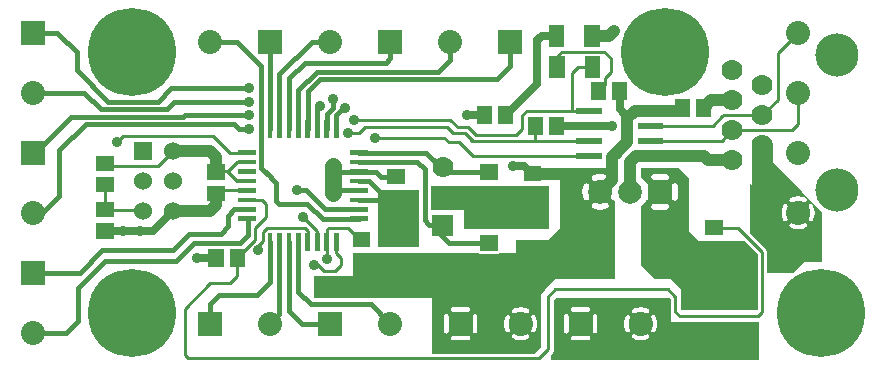
<source format=gbr>
G04 start of page 2 for group 0 idx 0 *
G04 Title: (unknown), component *
G04 Creator: pcb 20110918 *
G04 CreationDate: Wed 07 Aug 2013 04:14:36 AM GMT UTC *
G04 For: ndholmes *
G04 Format: Gerber/RS-274X *
G04 PCB-Dimensions: 293000 121000 *
G04 PCB-Coordinate-Origin: lower left *
%MOIN*%
%FSLAX25Y25*%
%LNTOP*%
%ADD36C,0.0300*%
%ADD35C,0.1280*%
%ADD34C,0.0450*%
%ADD33C,0.0380*%
%ADD32C,0.1285*%
%ADD31C,0.0480*%
%ADD30C,0.0200*%
%ADD29C,0.0360*%
%ADD28R,0.0200X0.0200*%
%ADD27R,0.0360X0.0360*%
%ADD26R,0.0630X0.0630*%
%ADD25R,0.0157X0.0157*%
%ADD24R,0.0490X0.0490*%
%ADD23R,0.0512X0.0512*%
%ADD22C,0.1440*%
%ADD21C,0.0787*%
%ADD20C,0.0600*%
%ADD19C,0.0800*%
%ADD18C,0.2937*%
%ADD17C,0.0700*%
%ADD16C,0.0400*%
%ADD15C,0.0250*%
%ADD14C,0.0550*%
%ADD13C,0.0100*%
%ADD12C,0.0150*%
%ADD11C,0.0001*%
G54D11*G36*
X220493Y22000D02*X225879D01*
X226000Y21879D01*
Y17559D01*
X225995Y17500D01*
X226000Y17441D01*
Y1500D01*
X220493D01*
Y10645D01*
X220578Y10681D01*
X220679Y10743D01*
X220769Y10819D01*
X220845Y10909D01*
X220905Y11011D01*
X221122Y11480D01*
X221289Y11969D01*
X221409Y12472D01*
X221482Y12984D01*
X221506Y13500D01*
X221482Y14016D01*
X221409Y14528D01*
X221289Y15031D01*
X221122Y15520D01*
X220910Y15992D01*
X220849Y16093D01*
X220772Y16184D01*
X220682Y16261D01*
X220580Y16323D01*
X220493Y16360D01*
Y22000D01*
G37*
G36*
X216002D02*X220493D01*
Y16360D01*
X220471Y16369D01*
X220355Y16397D01*
X220237Y16406D01*
X220119Y16397D01*
X220003Y16370D01*
X219893Y16324D01*
X219792Y16262D01*
X219702Y16186D01*
X219624Y16095D01*
X219562Y15994D01*
X219516Y15885D01*
X219489Y15769D01*
X219479Y15651D01*
X219488Y15532D01*
X219516Y15417D01*
X219563Y15308D01*
X219721Y14968D01*
X219842Y14612D01*
X219930Y14247D01*
X219982Y13875D01*
X220000Y13500D01*
X219982Y13125D01*
X219930Y12753D01*
X219842Y12388D01*
X219721Y12032D01*
X219567Y11690D01*
X219520Y11582D01*
X219493Y11467D01*
X219483Y11349D01*
X219493Y11232D01*
X219521Y11117D01*
X219566Y11008D01*
X219628Y10907D01*
X219705Y10818D01*
X219795Y10741D01*
X219895Y10680D01*
X220004Y10635D01*
X220119Y10607D01*
X220237Y10598D01*
X220355Y10608D01*
X220469Y10635D01*
X220493Y10645D01*
Y1500D01*
X216002D01*
Y7994D01*
X216516Y8018D01*
X217028Y8091D01*
X217531Y8211D01*
X218020Y8378D01*
X218492Y8590D01*
X218593Y8651D01*
X218684Y8728D01*
X218761Y8818D01*
X218823Y8920D01*
X218869Y9029D01*
X218897Y9145D01*
X218906Y9263D01*
X218897Y9381D01*
X218870Y9497D01*
X218824Y9607D01*
X218762Y9708D01*
X218686Y9798D01*
X218595Y9876D01*
X218494Y9938D01*
X218385Y9984D01*
X218269Y10011D01*
X218151Y10021D01*
X218032Y10012D01*
X217917Y9984D01*
X217808Y9937D01*
X217468Y9779D01*
X217112Y9658D01*
X216747Y9570D01*
X216375Y9518D01*
X216002Y9500D01*
Y17500D01*
X216375Y17482D01*
X216747Y17430D01*
X217112Y17342D01*
X217468Y17221D01*
X217810Y17067D01*
X217918Y17020D01*
X218033Y16993D01*
X218151Y16983D01*
X218268Y16993D01*
X218383Y17021D01*
X218492Y17066D01*
X218593Y17128D01*
X218682Y17205D01*
X218759Y17295D01*
X218820Y17395D01*
X218865Y17504D01*
X218893Y17619D01*
X218902Y17737D01*
X218892Y17855D01*
X218865Y17969D01*
X218819Y18078D01*
X218757Y18179D01*
X218681Y18269D01*
X218591Y18345D01*
X218489Y18405D01*
X218020Y18622D01*
X217531Y18789D01*
X217028Y18909D01*
X216516Y18982D01*
X216002Y19006D01*
Y22000D01*
G37*
G36*
X211507D02*X216002D01*
Y19006D01*
X216000Y19006D01*
X215484Y18982D01*
X214972Y18909D01*
X214469Y18789D01*
X213980Y18622D01*
X213508Y18410D01*
X213407Y18349D01*
X213316Y18272D01*
X213239Y18182D01*
X213177Y18080D01*
X213131Y17971D01*
X213103Y17855D01*
X213094Y17737D01*
X213103Y17619D01*
X213130Y17503D01*
X213176Y17393D01*
X213238Y17292D01*
X213314Y17202D01*
X213405Y17124D01*
X213506Y17062D01*
X213615Y17016D01*
X213731Y16989D01*
X213849Y16979D01*
X213968Y16988D01*
X214083Y17016D01*
X214192Y17063D01*
X214532Y17221D01*
X214888Y17342D01*
X215253Y17430D01*
X215625Y17482D01*
X216000Y17500D01*
X216002Y17500D01*
Y9500D01*
X216000Y9500D01*
X215625Y9518D01*
X215253Y9570D01*
X214888Y9658D01*
X214532Y9779D01*
X214190Y9933D01*
X214082Y9980D01*
X213967Y10007D01*
X213849Y10017D01*
X213732Y10007D01*
X213617Y9979D01*
X213508Y9934D01*
X213407Y9872D01*
X213318Y9795D01*
X213241Y9705D01*
X213180Y9605D01*
X213135Y9496D01*
X213107Y9381D01*
X213098Y9263D01*
X213108Y9145D01*
X213135Y9031D01*
X213181Y8922D01*
X213243Y8821D01*
X213319Y8731D01*
X213409Y8655D01*
X213511Y8595D01*
X213980Y8378D01*
X214469Y8211D01*
X214972Y8091D01*
X215484Y8018D01*
X216000Y7994D01*
X216002Y7994D01*
Y1500D01*
X211507D01*
Y10640D01*
X211529Y10631D01*
X211645Y10603D01*
X211763Y10594D01*
X211881Y10603D01*
X211997Y10630D01*
X212107Y10676D01*
X212208Y10738D01*
X212298Y10814D01*
X212376Y10905D01*
X212438Y11006D01*
X212484Y11115D01*
X212511Y11231D01*
X212521Y11349D01*
X212512Y11468D01*
X212484Y11583D01*
X212437Y11692D01*
X212279Y12032D01*
X212158Y12388D01*
X212070Y12753D01*
X212018Y13125D01*
X212000Y13500D01*
X212018Y13875D01*
X212070Y14247D01*
X212158Y14612D01*
X212279Y14968D01*
X212433Y15310D01*
X212480Y15418D01*
X212507Y15533D01*
X212517Y15651D01*
X212507Y15768D01*
X212479Y15883D01*
X212434Y15992D01*
X212372Y16093D01*
X212295Y16182D01*
X212205Y16259D01*
X212105Y16320D01*
X211996Y16365D01*
X211881Y16393D01*
X211763Y16402D01*
X211645Y16392D01*
X211531Y16365D01*
X211507Y16355D01*
Y22000D01*
G37*
G36*
X200750D02*X211507D01*
Y16355D01*
X211422Y16319D01*
X211321Y16257D01*
X211231Y16181D01*
X211155Y16091D01*
X211095Y15989D01*
X210878Y15520D01*
X210711Y15031D01*
X210591Y14528D01*
X210518Y14016D01*
X210494Y13500D01*
X210518Y12984D01*
X210591Y12472D01*
X210711Y11969D01*
X210878Y11480D01*
X211090Y11008D01*
X211151Y10907D01*
X211228Y10816D01*
X211318Y10739D01*
X211420Y10677D01*
X211507Y10640D01*
Y1500D01*
X200750D01*
Y10248D01*
X200868Y10257D01*
X200982Y10285D01*
X201092Y10330D01*
X201192Y10391D01*
X201282Y10468D01*
X201359Y10558D01*
X201420Y10658D01*
X201465Y10768D01*
X201493Y10882D01*
X201500Y11000D01*
Y16000D01*
X201493Y16118D01*
X201465Y16232D01*
X201420Y16342D01*
X201359Y16442D01*
X201282Y16532D01*
X201192Y16609D01*
X201092Y16670D01*
X200982Y16715D01*
X200868Y16743D01*
X200750Y16752D01*
Y22000D01*
G37*
G36*
X196000D02*X200750D01*
Y16752D01*
X200632Y16743D01*
X200518Y16715D01*
X200408Y16670D01*
X200308Y16609D01*
X200218Y16532D01*
X200141Y16442D01*
X200080Y16342D01*
X200035Y16232D01*
X200007Y16118D01*
X200000Y16000D01*
Y11000D01*
X200007Y10882D01*
X200035Y10768D01*
X200080Y10658D01*
X200141Y10558D01*
X200218Y10468D01*
X200308Y10391D01*
X200408Y10330D01*
X200518Y10285D01*
X200632Y10257D01*
X200750Y10248D01*
Y1500D01*
X196000D01*
Y8000D01*
X198500D01*
X198618Y8007D01*
X198732Y8035D01*
X198842Y8080D01*
X198942Y8141D01*
X199032Y8218D01*
X199109Y8308D01*
X199170Y8408D01*
X199215Y8518D01*
X199243Y8632D01*
X199252Y8750D01*
X199243Y8868D01*
X199215Y8982D01*
X199170Y9092D01*
X199109Y9192D01*
X199032Y9282D01*
X198942Y9359D01*
X198842Y9420D01*
X198732Y9465D01*
X198618Y9493D01*
X198500Y9500D01*
X196000D01*
Y17500D01*
X198500D01*
X198618Y17507D01*
X198732Y17535D01*
X198842Y17580D01*
X198942Y17641D01*
X199032Y17718D01*
X199109Y17808D01*
X199170Y17908D01*
X199215Y18018D01*
X199243Y18132D01*
X199252Y18250D01*
X199243Y18368D01*
X199215Y18482D01*
X199170Y18592D01*
X199109Y18692D01*
X199032Y18782D01*
X198942Y18859D01*
X198842Y18920D01*
X198732Y18965D01*
X198618Y18993D01*
X198500Y19000D01*
X196000D01*
Y22000D01*
G37*
G36*
X191250D02*X196000D01*
Y19000D01*
X193500D01*
X193382Y18993D01*
X193268Y18965D01*
X193158Y18920D01*
X193058Y18859D01*
X192968Y18782D01*
X192891Y18692D01*
X192830Y18592D01*
X192785Y18482D01*
X192757Y18368D01*
X192748Y18250D01*
X192757Y18132D01*
X192785Y18018D01*
X192830Y17908D01*
X192891Y17808D01*
X192968Y17718D01*
X193058Y17641D01*
X193158Y17580D01*
X193268Y17535D01*
X193382Y17507D01*
X193500Y17500D01*
X196000D01*
Y9500D01*
X193500D01*
X193382Y9493D01*
X193268Y9465D01*
X193158Y9420D01*
X193058Y9359D01*
X192968Y9282D01*
X192891Y9192D01*
X192830Y9092D01*
X192785Y8982D01*
X192757Y8868D01*
X192748Y8750D01*
X192757Y8632D01*
X192785Y8518D01*
X192830Y8408D01*
X192891Y8308D01*
X192968Y8218D01*
X193058Y8141D01*
X193158Y8080D01*
X193268Y8035D01*
X193382Y8007D01*
X193500Y8000D01*
X196000D01*
Y1500D01*
X191250D01*
Y10248D01*
X191368Y10257D01*
X191482Y10285D01*
X191592Y10330D01*
X191692Y10391D01*
X191782Y10468D01*
X191859Y10558D01*
X191920Y10658D01*
X191965Y10768D01*
X191993Y10882D01*
X192000Y11000D01*
Y16000D01*
X191993Y16118D01*
X191965Y16232D01*
X191920Y16342D01*
X191859Y16442D01*
X191782Y16532D01*
X191692Y16609D01*
X191592Y16670D01*
X191482Y16715D01*
X191368Y16743D01*
X191250Y16752D01*
Y22000D01*
G37*
G36*
X187753D02*X191250D01*
Y16752D01*
X191132Y16743D01*
X191018Y16715D01*
X190908Y16670D01*
X190808Y16609D01*
X190718Y16532D01*
X190641Y16442D01*
X190580Y16342D01*
X190535Y16232D01*
X190507Y16118D01*
X190500Y16000D01*
Y11000D01*
X190507Y10882D01*
X190535Y10768D01*
X190580Y10658D01*
X190641Y10558D01*
X190718Y10468D01*
X190808Y10391D01*
X190908Y10330D01*
X191018Y10285D01*
X191132Y10257D01*
X191250Y10248D01*
Y1500D01*
X186000D01*
Y3030D01*
X186427Y3457D01*
X186490Y3510D01*
X186704Y3762D01*
X186877Y4044D01*
X187003Y4349D01*
X187081Y4670D01*
X187106Y5000D01*
X187100Y5082D01*
Y21347D01*
X187753Y22000D01*
G37*
G36*
X221500Y14000D02*X245000D01*
Y1500D01*
X221500D01*
Y13371D01*
X221506Y13500D01*
X221500Y13629D01*
Y14000D01*
G37*
G36*
X232000D02*X255500D01*
Y1500D01*
X232000D01*
Y14000D01*
G37*
G36*
X229500Y18000D02*Y25000D01*
X227437Y27063D01*
Y54560D01*
X227594Y54572D01*
X227747Y54609D01*
X227892Y54669D01*
X228027Y54751D01*
X228146Y54854D01*
X228249Y54973D01*
X228331Y55108D01*
X228391Y55253D01*
X228428Y55406D01*
X228437Y55563D01*
Y59437D01*
X228428Y59594D01*
X228391Y59747D01*
X228331Y59892D01*
X228249Y60027D01*
X228146Y60146D01*
X228027Y60249D01*
X227892Y60331D01*
X227747Y60391D01*
X227594Y60428D01*
X227437Y60440D01*
Y65500D01*
X228500D01*
X232000Y62000D01*
Y44500D01*
X235500Y41000D01*
X250879D01*
X255000Y36879D01*
Y18121D01*
X254879Y18000D01*
X229500D01*
G37*
G36*
X227437Y27063D02*X226000Y28500D01*
X222500D01*
Y51563D01*
X224437D01*
X224594Y51572D01*
X224747Y51609D01*
X224892Y51669D01*
X225027Y51751D01*
X225146Y51854D01*
X225249Y51973D01*
X225331Y52108D01*
X225391Y52253D01*
X225428Y52406D01*
X225440Y52563D01*
X225428Y52720D01*
X225391Y52873D01*
X225331Y53018D01*
X225249Y53153D01*
X225146Y53272D01*
X225027Y53375D01*
X224892Y53457D01*
X224747Y53517D01*
X224594Y53554D01*
X224437Y53563D01*
X222500D01*
Y61437D01*
X224437D01*
X224594Y61446D01*
X224747Y61483D01*
X224892Y61543D01*
X225027Y61625D01*
X225146Y61728D01*
X225249Y61847D01*
X225331Y61982D01*
X225391Y62127D01*
X225428Y62280D01*
X225440Y62437D01*
X225428Y62594D01*
X225391Y62747D01*
X225331Y62892D01*
X225249Y63027D01*
X225146Y63146D01*
X225027Y63249D01*
X224892Y63331D01*
X224747Y63391D01*
X224594Y63428D01*
X224437Y63437D01*
X222500D01*
Y65500D01*
X227437D01*
Y60440D01*
X227280Y60428D01*
X227127Y60391D01*
X226982Y60331D01*
X226847Y60249D01*
X226728Y60146D01*
X226625Y60027D01*
X226543Y59892D01*
X226483Y59747D01*
X226446Y59594D01*
X226437Y59437D01*
Y55563D01*
X226446Y55406D01*
X226483Y55253D01*
X226543Y55108D01*
X226625Y54973D01*
X226728Y54854D01*
X226847Y54751D01*
X226982Y54669D01*
X227127Y54609D01*
X227280Y54572D01*
X227437Y54560D01*
Y27063D01*
G37*
G36*
X222500Y28500D02*X220500D01*
X216000Y33000D01*
Y52682D01*
X216000Y52682D01*
X216711Y53289D01*
X217318Y54000D01*
X217666Y54568D01*
X217720Y54572D01*
X217873Y54609D01*
X218018Y54669D01*
X218153Y54751D01*
X218272Y54854D01*
X218375Y54973D01*
X218457Y55108D01*
X218517Y55253D01*
X218554Y55406D01*
X218563Y55563D01*
Y59437D01*
X218554Y59594D01*
X218517Y59747D01*
X218457Y59892D01*
X218375Y60027D01*
X218272Y60146D01*
X218153Y60249D01*
X218018Y60331D01*
X217873Y60391D01*
X217720Y60428D01*
X217666Y60432D01*
X217318Y61000D01*
X216711Y61711D01*
X216000Y62318D01*
X216000Y62318D01*
Y65500D01*
X222500D01*
Y63437D01*
X220563D01*
X220406Y63428D01*
X220253Y63391D01*
X220108Y63331D01*
X219973Y63249D01*
X219854Y63146D01*
X219751Y63027D01*
X219669Y62892D01*
X219609Y62747D01*
X219572Y62594D01*
X219560Y62437D01*
X219572Y62280D01*
X219609Y62127D01*
X219669Y61982D01*
X219751Y61847D01*
X219854Y61728D01*
X219973Y61625D01*
X220108Y61543D01*
X220253Y61483D01*
X220406Y61446D01*
X220563Y61437D01*
X222500D01*
Y53563D01*
X220563D01*
X220406Y53554D01*
X220253Y53517D01*
X220108Y53457D01*
X219973Y53375D01*
X219854Y53272D01*
X219751Y53153D01*
X219669Y53018D01*
X219609Y52873D01*
X219572Y52720D01*
X219560Y52563D01*
X219572Y52406D01*
X219609Y52253D01*
X219669Y52108D01*
X219751Y51973D01*
X219854Y51854D01*
X219973Y51751D01*
X220108Y51669D01*
X220253Y51609D01*
X220406Y51572D01*
X220563Y51563D01*
X222500D01*
Y28500D01*
G37*
G36*
X253000Y67500D02*X260000D01*
X270000Y57500D01*
X253000D01*
Y67500D01*
G37*
G36*
X258000Y68500D02*X259000D01*
X261500Y66000D01*
X260119D01*
X259834Y66334D01*
X259271Y66814D01*
X258640Y67201D01*
X258000Y67466D01*
Y68500D01*
G37*
G36*
X272993Y54007D02*X276500Y50500D01*
Y34000D01*
X272993D01*
Y47645D01*
X273078Y47681D01*
X273179Y47743D01*
X273269Y47819D01*
X273345Y47909D01*
X273405Y48011D01*
X273622Y48480D01*
X273789Y48969D01*
X273909Y49472D01*
X273982Y49984D01*
X274006Y50500D01*
X273982Y51016D01*
X273909Y51528D01*
X273789Y52031D01*
X273622Y52520D01*
X273410Y52992D01*
X273349Y53093D01*
X273272Y53184D01*
X273182Y53261D01*
X273080Y53323D01*
X272993Y53360D01*
Y54007D01*
G37*
G36*
X268502Y58498D02*X272993Y54007D01*
Y53360D01*
X272971Y53369D01*
X272855Y53397D01*
X272737Y53406D01*
X272619Y53397D01*
X272503Y53370D01*
X272393Y53324D01*
X272292Y53262D01*
X272202Y53186D01*
X272124Y53095D01*
X272062Y52994D01*
X272016Y52885D01*
X271989Y52769D01*
X271979Y52651D01*
X271988Y52532D01*
X272016Y52417D01*
X272063Y52308D01*
X272221Y51968D01*
X272342Y51612D01*
X272430Y51247D01*
X272482Y50875D01*
X272500Y50500D01*
X272482Y50125D01*
X272430Y49753D01*
X272342Y49388D01*
X272221Y49032D01*
X272067Y48690D01*
X272020Y48582D01*
X271993Y48467D01*
X271983Y48349D01*
X271993Y48232D01*
X272021Y48117D01*
X272066Y48008D01*
X272128Y47907D01*
X272205Y47818D01*
X272295Y47741D01*
X272395Y47680D01*
X272504Y47635D01*
X272619Y47607D01*
X272737Y47598D01*
X272855Y47608D01*
X272969Y47635D01*
X272993Y47645D01*
Y34000D01*
X270500D01*
X268502Y32002D01*
Y44994D01*
X269016Y45018D01*
X269528Y45091D01*
X270031Y45211D01*
X270520Y45378D01*
X270992Y45590D01*
X271093Y45651D01*
X271184Y45728D01*
X271261Y45818D01*
X271323Y45920D01*
X271369Y46029D01*
X271397Y46145D01*
X271406Y46263D01*
X271397Y46381D01*
X271370Y46497D01*
X271324Y46607D01*
X271262Y46708D01*
X271186Y46798D01*
X271095Y46876D01*
X270994Y46938D01*
X270885Y46984D01*
X270769Y47011D01*
X270651Y47021D01*
X270532Y47012D01*
X270417Y46984D01*
X270308Y46937D01*
X269968Y46779D01*
X269612Y46658D01*
X269247Y46570D01*
X268875Y46518D01*
X268502Y46500D01*
Y54500D01*
X268875Y54482D01*
X269247Y54430D01*
X269612Y54342D01*
X269968Y54221D01*
X270310Y54067D01*
X270418Y54020D01*
X270533Y53993D01*
X270651Y53983D01*
X270768Y53993D01*
X270883Y54021D01*
X270992Y54066D01*
X271093Y54128D01*
X271182Y54205D01*
X271259Y54295D01*
X271320Y54395D01*
X271365Y54504D01*
X271393Y54619D01*
X271402Y54737D01*
X271392Y54855D01*
X271365Y54969D01*
X271319Y55078D01*
X271257Y55179D01*
X271181Y55269D01*
X271091Y55345D01*
X270989Y55405D01*
X270520Y55622D01*
X270031Y55789D01*
X269528Y55909D01*
X269016Y55982D01*
X268502Y56006D01*
Y58498D01*
G37*
G36*
X264007Y62993D02*X268502Y58498D01*
Y56006D01*
X268500Y56006D01*
X267984Y55982D01*
X267472Y55909D01*
X266969Y55789D01*
X266480Y55622D01*
X266008Y55410D01*
X265907Y55349D01*
X265816Y55272D01*
X265739Y55182D01*
X265677Y55080D01*
X265631Y54971D01*
X265603Y54855D01*
X265594Y54737D01*
X265603Y54619D01*
X265630Y54503D01*
X265676Y54393D01*
X265738Y54292D01*
X265814Y54202D01*
X265905Y54124D01*
X266006Y54062D01*
X266115Y54016D01*
X266231Y53989D01*
X266349Y53979D01*
X266468Y53988D01*
X266583Y54016D01*
X266692Y54063D01*
X267032Y54221D01*
X267388Y54342D01*
X267753Y54430D01*
X268125Y54482D01*
X268500Y54500D01*
X268502Y54500D01*
Y46500D01*
X268500Y46500D01*
X268125Y46518D01*
X267753Y46570D01*
X267388Y46658D01*
X267032Y46779D01*
X266690Y46933D01*
X266582Y46980D01*
X266467Y47007D01*
X266349Y47017D01*
X266232Y47007D01*
X266117Y46979D01*
X266008Y46934D01*
X265907Y46872D01*
X265818Y46795D01*
X265741Y46705D01*
X265680Y46605D01*
X265635Y46496D01*
X265607Y46381D01*
X265598Y46263D01*
X265608Y46145D01*
X265635Y46031D01*
X265681Y45922D01*
X265743Y45821D01*
X265819Y45731D01*
X265909Y45655D01*
X266011Y45595D01*
X266480Y45378D01*
X266969Y45211D01*
X267472Y45091D01*
X267984Y45018D01*
X268500Y44994D01*
X268502Y44994D01*
Y32002D01*
X267000Y30500D01*
X264007D01*
Y47640D01*
X264029Y47631D01*
X264145Y47603D01*
X264263Y47594D01*
X264381Y47603D01*
X264497Y47630D01*
X264607Y47676D01*
X264708Y47738D01*
X264798Y47814D01*
X264876Y47905D01*
X264938Y48006D01*
X264984Y48115D01*
X265011Y48231D01*
X265021Y48349D01*
X265012Y48468D01*
X264984Y48583D01*
X264937Y48692D01*
X264779Y49032D01*
X264658Y49388D01*
X264570Y49753D01*
X264518Y50125D01*
X264500Y50500D01*
X264518Y50875D01*
X264570Y51247D01*
X264658Y51612D01*
X264779Y51968D01*
X264933Y52310D01*
X264980Y52418D01*
X265007Y52533D01*
X265017Y52651D01*
X265007Y52768D01*
X264979Y52883D01*
X264934Y52992D01*
X264872Y53093D01*
X264795Y53182D01*
X264705Y53259D01*
X264605Y53320D01*
X264496Y53365D01*
X264381Y53393D01*
X264263Y53402D01*
X264145Y53392D01*
X264031Y53365D01*
X264007Y53355D01*
Y62993D01*
G37*
G36*
X259639Y66500D02*X260500D01*
X264007Y62993D01*
Y53355D01*
X263922Y53319D01*
X263821Y53257D01*
X263731Y53181D01*
X263655Y53091D01*
X263595Y52989D01*
X263378Y52520D01*
X263211Y52031D01*
X263091Y51528D01*
X263018Y51016D01*
X262994Y50500D01*
X263018Y49984D01*
X263091Y49472D01*
X263211Y48969D01*
X263378Y48480D01*
X263590Y48008D01*
X263651Y47907D01*
X263728Y47816D01*
X263818Y47739D01*
X263920Y47677D01*
X264007Y47640D01*
Y30500D01*
X258000D01*
Y37441D01*
X258005Y37500D01*
X257986Y37735D01*
X257986Y37735D01*
X257931Y37965D01*
X257841Y38183D01*
X257717Y38384D01*
X257564Y38564D01*
X257519Y38602D01*
X252500Y43621D01*
Y60532D01*
X252686Y60229D01*
X253166Y59666D01*
X253729Y59186D01*
X254360Y58799D01*
X255043Y58516D01*
X255762Y58344D01*
X256500Y58286D01*
X257238Y58344D01*
X257957Y58516D01*
X258640Y58799D01*
X259271Y59186D01*
X259834Y59666D01*
X260314Y60229D01*
X260701Y60860D01*
X260984Y61543D01*
X261156Y62262D01*
X261200Y63000D01*
X261156Y63738D01*
X260984Y64457D01*
X260701Y65140D01*
X260314Y65771D01*
X259834Y66334D01*
X259639Y66500D01*
G37*
G36*
X202502Y65500D02*X207500D01*
Y60703D01*
X207265Y60321D01*
X207176Y60336D01*
X207018Y60338D01*
X206861Y60315D01*
X206710Y60268D01*
X206569Y60198D01*
X206439Y60107D01*
X206326Y59996D01*
X206232Y59870D01*
X206158Y59730D01*
X206108Y59580D01*
X206081Y59424D01*
X206079Y59266D01*
X206102Y59110D01*
X206152Y58960D01*
X206278Y58608D01*
X206366Y58244D01*
X206419Y57874D01*
X206437Y57500D01*
X206419Y57126D01*
X206366Y56756D01*
X206278Y56392D01*
X206156Y56039D01*
X206106Y55889D01*
X206083Y55734D01*
X206085Y55576D01*
X206112Y55421D01*
X206162Y55272D01*
X206236Y55133D01*
X206330Y55007D01*
X206442Y54897D01*
X206571Y54806D01*
X206712Y54736D01*
X206862Y54689D01*
X207018Y54667D01*
X207175Y54668D01*
X207263Y54683D01*
X207500Y54297D01*
Y28500D01*
X202502D01*
Y51556D01*
X203064Y51583D01*
X203623Y51663D01*
X204172Y51796D01*
X204706Y51981D01*
X204848Y52050D01*
X204977Y52142D01*
X205091Y52252D01*
X205185Y52379D01*
X205259Y52519D01*
X205309Y52668D01*
X205336Y52824D01*
X205338Y52982D01*
X205315Y53139D01*
X205268Y53290D01*
X205198Y53431D01*
X205107Y53561D01*
X204996Y53674D01*
X204870Y53768D01*
X204730Y53842D01*
X204580Y53892D01*
X204424Y53919D01*
X204266Y53921D01*
X204110Y53898D01*
X203960Y53848D01*
X203608Y53722D01*
X203244Y53634D01*
X202874Y53581D01*
X202502Y53563D01*
Y61437D01*
X202874Y61419D01*
X203244Y61366D01*
X203608Y61278D01*
X203961Y61156D01*
X204111Y61106D01*
X204266Y61083D01*
X204424Y61085D01*
X204579Y61112D01*
X204728Y61162D01*
X204867Y61236D01*
X204993Y61330D01*
X205103Y61442D01*
X205194Y61571D01*
X205264Y61712D01*
X205311Y61862D01*
X205333Y62018D01*
X205332Y62175D01*
X205305Y62331D01*
X205254Y62480D01*
X205181Y62619D01*
X205087Y62745D01*
X204975Y62855D01*
X204846Y62946D01*
X204704Y63013D01*
X204172Y63204D01*
X203623Y63337D01*
X203064Y63417D01*
X202502Y63444D01*
Y65500D01*
G37*
G36*
X197739D02*X202502D01*
Y63444D01*
X202500Y63444D01*
X201936Y63417D01*
X201377Y63337D01*
X200828Y63204D01*
X200294Y63019D01*
X200152Y62950D01*
X200023Y62858D01*
X199909Y62748D01*
X199815Y62621D01*
X199741Y62481D01*
X199691Y62332D01*
X199664Y62176D01*
X199662Y62018D01*
X199685Y61861D01*
X199732Y61710D01*
X199802Y61569D01*
X199893Y61439D01*
X200004Y61326D01*
X200130Y61232D01*
X200270Y61158D01*
X200420Y61108D01*
X200576Y61081D01*
X200734Y61079D01*
X200890Y61102D01*
X201040Y61152D01*
X201392Y61278D01*
X201756Y61366D01*
X202126Y61419D01*
X202500Y61437D01*
X202502Y61437D01*
Y53563D01*
X202500Y53563D01*
X202126Y53581D01*
X201756Y53634D01*
X201392Y53722D01*
X201039Y53844D01*
X200889Y53894D01*
X200734Y53917D01*
X200576Y53915D01*
X200421Y53888D01*
X200272Y53838D01*
X200133Y53764D01*
X200007Y53670D01*
X199897Y53558D01*
X199806Y53429D01*
X199736Y53288D01*
X199689Y53138D01*
X199667Y52982D01*
X199668Y52825D01*
X199695Y52669D01*
X199746Y52520D01*
X199819Y52381D01*
X199913Y52255D01*
X200025Y52145D01*
X200154Y52054D01*
X200296Y51987D01*
X200828Y51796D01*
X201377Y51663D01*
X201936Y51583D01*
X202500Y51556D01*
X202502Y51556D01*
Y28500D01*
X197739D01*
Y54679D01*
X197824Y54664D01*
X197982Y54662D01*
X198139Y54685D01*
X198290Y54732D01*
X198431Y54802D01*
X198561Y54893D01*
X198674Y55004D01*
X198768Y55130D01*
X198842Y55270D01*
X198892Y55420D01*
X198919Y55576D01*
X198921Y55734D01*
X198898Y55890D01*
X198848Y56040D01*
X198722Y56392D01*
X198634Y56756D01*
X198581Y57126D01*
X198563Y57500D01*
X198581Y57874D01*
X198634Y58244D01*
X198722Y58608D01*
X198844Y58961D01*
X198894Y59111D01*
X198917Y59266D01*
X198915Y59424D01*
X198888Y59579D01*
X198838Y59728D01*
X198764Y59867D01*
X198670Y59993D01*
X198558Y60103D01*
X198429Y60194D01*
X198288Y60264D01*
X198138Y60311D01*
X197982Y60333D01*
X197825Y60332D01*
X197739Y60317D01*
Y65500D01*
G37*
G36*
X175998Y41500D02*X185000D01*
X189000Y45500D01*
Y65500D01*
X197739D01*
Y60317D01*
X197669Y60305D01*
X197520Y60254D01*
X197381Y60181D01*
X197255Y60087D01*
X197145Y59975D01*
X197054Y59846D01*
X196987Y59704D01*
X196796Y59172D01*
X196663Y58623D01*
X196583Y58064D01*
X196556Y57500D01*
X196583Y56936D01*
X196663Y56377D01*
X196796Y55828D01*
X196981Y55294D01*
X197050Y55152D01*
X197142Y55023D01*
X197252Y54909D01*
X197379Y54815D01*
X197519Y54741D01*
X197668Y54691D01*
X197739Y54679D01*
Y28500D01*
X187500D01*
X184000Y25000D01*
Y24753D01*
X183374Y24126D01*
X183134Y23856D01*
X182944Y23547D01*
X182806Y23213D01*
X182721Y22861D01*
X182693Y22500D01*
X182721Y22139D01*
X182806Y21787D01*
X182900Y21560D01*
Y16000D01*
X180905D01*
X180849Y16093D01*
X180772Y16184D01*
X180682Y16261D01*
X180580Y16323D01*
X180471Y16369D01*
X180355Y16397D01*
X180237Y16406D01*
X180119Y16397D01*
X180003Y16370D01*
X179893Y16324D01*
X179792Y16262D01*
X179702Y16186D01*
X179624Y16095D01*
X179566Y16000D01*
X175998D01*
Y17500D01*
X176000Y17500D01*
X176375Y17482D01*
X176747Y17430D01*
X177112Y17342D01*
X177468Y17221D01*
X177810Y17067D01*
X177918Y17020D01*
X178033Y16993D01*
X178151Y16983D01*
X178268Y16993D01*
X178383Y17021D01*
X178492Y17066D01*
X178593Y17128D01*
X178682Y17205D01*
X178759Y17295D01*
X178820Y17395D01*
X178865Y17504D01*
X178893Y17619D01*
X178902Y17737D01*
X178892Y17855D01*
X178865Y17969D01*
X178819Y18078D01*
X178757Y18179D01*
X178681Y18269D01*
X178591Y18345D01*
X178489Y18405D01*
X178020Y18622D01*
X177531Y18789D01*
X177028Y18909D01*
X176516Y18982D01*
X176000Y19006D01*
X175998Y19006D01*
Y41500D01*
G37*
G36*
X156000Y31500D02*X170000D01*
X174500Y36000D01*
Y41500D01*
X175998D01*
Y19006D01*
X175484Y18982D01*
X174972Y18909D01*
X174469Y18789D01*
X173980Y18622D01*
X173508Y18410D01*
X173407Y18349D01*
X173316Y18272D01*
X173239Y18182D01*
X173177Y18080D01*
X173131Y17971D01*
X173103Y17855D01*
X173094Y17737D01*
X173103Y17619D01*
X173130Y17503D01*
X173176Y17393D01*
X173238Y17292D01*
X173314Y17202D01*
X173405Y17124D01*
X173506Y17062D01*
X173615Y17016D01*
X173731Y16989D01*
X173849Y16979D01*
X173968Y16988D01*
X174083Y17016D01*
X174192Y17063D01*
X174532Y17221D01*
X174888Y17342D01*
X175253Y17430D01*
X175625Y17482D01*
X175998Y17500D01*
Y16000D01*
X172429D01*
X172372Y16093D01*
X172295Y16182D01*
X172205Y16259D01*
X172105Y16320D01*
X171996Y16365D01*
X171881Y16393D01*
X171763Y16402D01*
X171645Y16392D01*
X171531Y16365D01*
X171422Y16319D01*
X171321Y16257D01*
X171231Y16181D01*
X171155Y16091D01*
X171102Y16000D01*
X161500D01*
X161493Y16118D01*
X161465Y16232D01*
X161420Y16342D01*
X161359Y16442D01*
X161282Y16532D01*
X161192Y16609D01*
X161092Y16670D01*
X160982Y16715D01*
X160868Y16743D01*
X160750Y16752D01*
X160632Y16743D01*
X160518Y16715D01*
X160408Y16670D01*
X160308Y16609D01*
X160218Y16532D01*
X160141Y16442D01*
X160080Y16342D01*
X160035Y16232D01*
X160007Y16118D01*
X160000Y16000D01*
X156000D01*
Y17500D01*
X158500D01*
X158618Y17507D01*
X158732Y17535D01*
X158842Y17580D01*
X158942Y17641D01*
X159032Y17718D01*
X159109Y17808D01*
X159170Y17908D01*
X159215Y18018D01*
X159243Y18132D01*
X159252Y18250D01*
X159243Y18368D01*
X159215Y18482D01*
X159170Y18592D01*
X159109Y18692D01*
X159032Y18782D01*
X158942Y18859D01*
X158842Y18920D01*
X158732Y18965D01*
X158618Y18993D01*
X158500Y19000D01*
X156000D01*
Y31500D01*
G37*
G36*
X146500Y16000D02*Y26500D01*
X151500Y31500D01*
X156000D01*
Y19000D01*
X153500D01*
X153382Y18993D01*
X153268Y18965D01*
X153158Y18920D01*
X153058Y18859D01*
X152968Y18782D01*
X152891Y18692D01*
X152830Y18592D01*
X152785Y18482D01*
X152757Y18368D01*
X152748Y18250D01*
X152757Y18132D01*
X152785Y18018D01*
X152830Y17908D01*
X152891Y17808D01*
X152968Y17718D01*
X153058Y17641D01*
X153158Y17580D01*
X153268Y17535D01*
X153382Y17507D01*
X153500Y17500D01*
X156000D01*
Y16000D01*
X152000D01*
X151993Y16118D01*
X151965Y16232D01*
X151920Y16342D01*
X151859Y16442D01*
X151782Y16532D01*
X151692Y16609D01*
X151592Y16670D01*
X151482Y16715D01*
X151368Y16743D01*
X151250Y16752D01*
X151132Y16743D01*
X151018Y16715D01*
X150908Y16670D01*
X150808Y16609D01*
X150718Y16532D01*
X150641Y16442D01*
X150580Y16342D01*
X150535Y16232D01*
X150507Y16118D01*
X150500Y16000D01*
X146500D01*
G37*
G36*
X185500Y45000D02*X168500D01*
Y59500D01*
X185500D01*
Y45000D01*
G37*
G36*
X170000Y59500D02*Y45000D01*
X157000D01*
Y59500D01*
X170000D01*
G37*
G36*
X136000Y37000D02*X162103D01*
X162238Y36944D01*
X162391Y36907D01*
X162548Y36898D01*
X168609Y36907D01*
X168762Y36944D01*
X168897Y37000D01*
X178000D01*
Y22000D01*
X136000D01*
Y37000D01*
G37*
G36*
X146000Y59500D02*X160000D01*
Y51500D01*
X146000D01*
Y59500D01*
G37*
G36*
X180493Y22000D02*X182755D01*
X182806Y21787D01*
X182900Y21560D01*
Y5870D01*
X180530Y3500D01*
X180493D01*
Y10645D01*
X180578Y10681D01*
X180679Y10743D01*
X180769Y10819D01*
X180845Y10909D01*
X180905Y11011D01*
X181122Y11480D01*
X181289Y11969D01*
X181409Y12472D01*
X181482Y12984D01*
X181506Y13500D01*
X181482Y14016D01*
X181409Y14528D01*
X181289Y15031D01*
X181122Y15520D01*
X180910Y15992D01*
X180849Y16093D01*
X180772Y16184D01*
X180682Y16261D01*
X180580Y16323D01*
X180493Y16360D01*
Y22000D01*
G37*
G36*
X176002D02*X180493D01*
Y16360D01*
X180471Y16369D01*
X180355Y16397D01*
X180237Y16406D01*
X180119Y16397D01*
X180003Y16370D01*
X179893Y16324D01*
X179792Y16262D01*
X179702Y16186D01*
X179624Y16095D01*
X179562Y15994D01*
X179516Y15885D01*
X179489Y15769D01*
X179479Y15651D01*
X179488Y15532D01*
X179516Y15417D01*
X179563Y15308D01*
X179721Y14968D01*
X179842Y14612D01*
X179930Y14247D01*
X179982Y13875D01*
X180000Y13500D01*
X179982Y13125D01*
X179930Y12753D01*
X179842Y12388D01*
X179721Y12032D01*
X179567Y11690D01*
X179520Y11582D01*
X179493Y11467D01*
X179483Y11349D01*
X179493Y11232D01*
X179521Y11117D01*
X179566Y11008D01*
X179628Y10907D01*
X179705Y10818D01*
X179795Y10741D01*
X179895Y10680D01*
X180004Y10635D01*
X180119Y10607D01*
X180237Y10598D01*
X180355Y10608D01*
X180469Y10635D01*
X180493Y10645D01*
Y3500D01*
X176002D01*
Y7994D01*
X176516Y8018D01*
X177028Y8091D01*
X177531Y8211D01*
X178020Y8378D01*
X178492Y8590D01*
X178593Y8651D01*
X178684Y8728D01*
X178761Y8818D01*
X178823Y8920D01*
X178869Y9029D01*
X178897Y9145D01*
X178906Y9263D01*
X178897Y9381D01*
X178870Y9497D01*
X178824Y9607D01*
X178762Y9708D01*
X178686Y9798D01*
X178595Y9876D01*
X178494Y9938D01*
X178385Y9984D01*
X178269Y10011D01*
X178151Y10021D01*
X178032Y10012D01*
X177917Y9984D01*
X177808Y9937D01*
X177468Y9779D01*
X177112Y9658D01*
X176747Y9570D01*
X176375Y9518D01*
X176002Y9500D01*
Y17500D01*
X176375Y17482D01*
X176747Y17430D01*
X177112Y17342D01*
X177468Y17221D01*
X177810Y17067D01*
X177918Y17020D01*
X178033Y16993D01*
X178151Y16983D01*
X178268Y16993D01*
X178383Y17021D01*
X178492Y17066D01*
X178593Y17128D01*
X178682Y17205D01*
X178759Y17295D01*
X178820Y17395D01*
X178865Y17504D01*
X178893Y17619D01*
X178902Y17737D01*
X178892Y17855D01*
X178865Y17969D01*
X178819Y18078D01*
X178757Y18179D01*
X178681Y18269D01*
X178591Y18345D01*
X178489Y18405D01*
X178020Y18622D01*
X177531Y18789D01*
X177028Y18909D01*
X176516Y18982D01*
X176002Y19006D01*
Y22000D01*
G37*
G36*
X171507D02*X176002D01*
Y19006D01*
X176000Y19006D01*
X175484Y18982D01*
X174972Y18909D01*
X174469Y18789D01*
X173980Y18622D01*
X173508Y18410D01*
X173407Y18349D01*
X173316Y18272D01*
X173239Y18182D01*
X173177Y18080D01*
X173131Y17971D01*
X173103Y17855D01*
X173094Y17737D01*
X173103Y17619D01*
X173130Y17503D01*
X173176Y17393D01*
X173238Y17292D01*
X173314Y17202D01*
X173405Y17124D01*
X173506Y17062D01*
X173615Y17016D01*
X173731Y16989D01*
X173849Y16979D01*
X173968Y16988D01*
X174083Y17016D01*
X174192Y17063D01*
X174532Y17221D01*
X174888Y17342D01*
X175253Y17430D01*
X175625Y17482D01*
X176000Y17500D01*
X176002Y17500D01*
Y9500D01*
X176000Y9500D01*
X175625Y9518D01*
X175253Y9570D01*
X174888Y9658D01*
X174532Y9779D01*
X174190Y9933D01*
X174082Y9980D01*
X173967Y10007D01*
X173849Y10017D01*
X173732Y10007D01*
X173617Y9979D01*
X173508Y9934D01*
X173407Y9872D01*
X173318Y9795D01*
X173241Y9705D01*
X173180Y9605D01*
X173135Y9496D01*
X173107Y9381D01*
X173098Y9263D01*
X173108Y9145D01*
X173135Y9031D01*
X173181Y8922D01*
X173243Y8821D01*
X173319Y8731D01*
X173409Y8655D01*
X173511Y8595D01*
X173980Y8378D01*
X174469Y8211D01*
X174972Y8091D01*
X175484Y8018D01*
X176000Y7994D01*
X176002Y7994D01*
Y3500D01*
X171507D01*
Y10640D01*
X171529Y10631D01*
X171645Y10603D01*
X171763Y10594D01*
X171881Y10603D01*
X171997Y10630D01*
X172107Y10676D01*
X172208Y10738D01*
X172298Y10814D01*
X172376Y10905D01*
X172438Y11006D01*
X172484Y11115D01*
X172511Y11231D01*
X172521Y11349D01*
X172512Y11468D01*
X172484Y11583D01*
X172437Y11692D01*
X172279Y12032D01*
X172158Y12388D01*
X172070Y12753D01*
X172018Y13125D01*
X172000Y13500D01*
X172018Y13875D01*
X172070Y14247D01*
X172158Y14612D01*
X172279Y14968D01*
X172433Y15310D01*
X172480Y15418D01*
X172507Y15533D01*
X172517Y15651D01*
X172507Y15768D01*
X172479Y15883D01*
X172434Y15992D01*
X172372Y16093D01*
X172295Y16182D01*
X172205Y16259D01*
X172105Y16320D01*
X171996Y16365D01*
X171881Y16393D01*
X171763Y16402D01*
X171645Y16392D01*
X171531Y16365D01*
X171507Y16355D01*
Y22000D01*
G37*
G36*
X160750D02*X171507D01*
Y16355D01*
X171422Y16319D01*
X171321Y16257D01*
X171231Y16181D01*
X171155Y16091D01*
X171095Y15989D01*
X170878Y15520D01*
X170711Y15031D01*
X170591Y14528D01*
X170518Y14016D01*
X170494Y13500D01*
X170518Y12984D01*
X170591Y12472D01*
X170711Y11969D01*
X170878Y11480D01*
X171090Y11008D01*
X171151Y10907D01*
X171228Y10816D01*
X171318Y10739D01*
X171420Y10677D01*
X171507Y10640D01*
Y3500D01*
X160750D01*
Y10248D01*
X160868Y10257D01*
X160982Y10285D01*
X161092Y10330D01*
X161192Y10391D01*
X161282Y10468D01*
X161359Y10558D01*
X161420Y10658D01*
X161465Y10768D01*
X161493Y10882D01*
X161500Y11000D01*
Y16000D01*
X161493Y16118D01*
X161465Y16232D01*
X161420Y16342D01*
X161359Y16442D01*
X161282Y16532D01*
X161192Y16609D01*
X161092Y16670D01*
X160982Y16715D01*
X160868Y16743D01*
X160750Y16752D01*
Y22000D01*
G37*
G36*
X156000D02*X160750D01*
Y16752D01*
X160632Y16743D01*
X160518Y16715D01*
X160408Y16670D01*
X160308Y16609D01*
X160218Y16532D01*
X160141Y16442D01*
X160080Y16342D01*
X160035Y16232D01*
X160007Y16118D01*
X160000Y16000D01*
Y11000D01*
X160007Y10882D01*
X160035Y10768D01*
X160080Y10658D01*
X160141Y10558D01*
X160218Y10468D01*
X160308Y10391D01*
X160408Y10330D01*
X160518Y10285D01*
X160632Y10257D01*
X160750Y10248D01*
Y3500D01*
X156000D01*
Y8000D01*
X158500D01*
X158618Y8007D01*
X158732Y8035D01*
X158842Y8080D01*
X158942Y8141D01*
X159032Y8218D01*
X159109Y8308D01*
X159170Y8408D01*
X159215Y8518D01*
X159243Y8632D01*
X159252Y8750D01*
X159243Y8868D01*
X159215Y8982D01*
X159170Y9092D01*
X159109Y9192D01*
X159032Y9282D01*
X158942Y9359D01*
X158842Y9420D01*
X158732Y9465D01*
X158618Y9493D01*
X158500Y9500D01*
X156000D01*
Y17500D01*
X158500D01*
X158618Y17507D01*
X158732Y17535D01*
X158842Y17580D01*
X158942Y17641D01*
X159032Y17718D01*
X159109Y17808D01*
X159170Y17908D01*
X159215Y18018D01*
X159243Y18132D01*
X159252Y18250D01*
X159243Y18368D01*
X159215Y18482D01*
X159170Y18592D01*
X159109Y18692D01*
X159032Y18782D01*
X158942Y18859D01*
X158842Y18920D01*
X158732Y18965D01*
X158618Y18993D01*
X158500Y19000D01*
X156000D01*
Y22000D01*
G37*
G36*
X151250D02*X156000D01*
Y19000D01*
X153500D01*
X153382Y18993D01*
X153268Y18965D01*
X153158Y18920D01*
X153058Y18859D01*
X152968Y18782D01*
X152891Y18692D01*
X152830Y18592D01*
X152785Y18482D01*
X152757Y18368D01*
X152748Y18250D01*
X152757Y18132D01*
X152785Y18018D01*
X152830Y17908D01*
X152891Y17808D01*
X152968Y17718D01*
X153058Y17641D01*
X153158Y17580D01*
X153268Y17535D01*
X153382Y17507D01*
X153500Y17500D01*
X156000D01*
Y9500D01*
X153500D01*
X153382Y9493D01*
X153268Y9465D01*
X153158Y9420D01*
X153058Y9359D01*
X152968Y9282D01*
X152891Y9192D01*
X152830Y9092D01*
X152785Y8982D01*
X152757Y8868D01*
X152748Y8750D01*
X152757Y8632D01*
X152785Y8518D01*
X152830Y8408D01*
X152891Y8308D01*
X152968Y8218D01*
X153058Y8141D01*
X153158Y8080D01*
X153268Y8035D01*
X153382Y8007D01*
X153500Y8000D01*
X156000D01*
Y3500D01*
X151250D01*
Y10248D01*
X151368Y10257D01*
X151482Y10285D01*
X151592Y10330D01*
X151692Y10391D01*
X151782Y10468D01*
X151859Y10558D01*
X151920Y10658D01*
X151965Y10768D01*
X151993Y10882D01*
X152000Y11000D01*
Y16000D01*
X151993Y16118D01*
X151965Y16232D01*
X151920Y16342D01*
X151859Y16442D01*
X151782Y16532D01*
X151692Y16609D01*
X151592Y16670D01*
X151482Y16715D01*
X151368Y16743D01*
X151250Y16752D01*
Y22000D01*
G37*
G36*
X146500D02*X151250D01*
Y16752D01*
X151132Y16743D01*
X151018Y16715D01*
X150908Y16670D01*
X150808Y16609D01*
X150718Y16532D01*
X150641Y16442D01*
X150580Y16342D01*
X150535Y16232D01*
X150507Y16118D01*
X150500Y16000D01*
Y11000D01*
X150507Y10882D01*
X150535Y10768D01*
X150580Y10658D01*
X150641Y10558D01*
X150718Y10468D01*
X150808Y10391D01*
X150908Y10330D01*
X151018Y10285D01*
X151132Y10257D01*
X151250Y10248D01*
Y3500D01*
X146500D01*
Y22000D01*
G37*
G36*
X128500Y58000D02*X142000D01*
Y39000D01*
X128500D01*
Y58000D01*
G37*
G36*
X120000Y37000D02*X139000D01*
Y22000D01*
X120000D01*
Y37000D01*
G37*
G36*
X139000Y22000D02*X107000D01*
Y29500D01*
X110441D01*
X110500Y29495D01*
X110559Y29500D01*
X113941D01*
X114000Y29495D01*
X114059Y29500D01*
X139000D01*
Y22000D01*
G37*
G36*
X130000Y29500D02*X156500D01*
Y22000D01*
X130000D01*
Y29500D01*
G37*
G54D12*X129779Y70524D02*X144582D01*
X129779Y67374D02*X141626D01*
X122279Y70524D02*X137000D01*
X122279Y67374D02*X132874D01*
X129500Y62500D02*X134543D01*
X122279Y64225D02*X127775D01*
X129500Y62500D01*
X122279Y54776D02*X133819D01*
X122279Y61075D02*X125425D01*
X122279Y57925D02*X114425D01*
G54D13*X114000Y57500D01*
G54D14*X113500Y57000D02*Y66000D01*
G54D12*X104500Y58000D02*X101500D01*
X125425Y61075D02*X129500Y57000D01*
G54D13*X84721Y54775D02*X89725D01*
X84721Y70523D02*X78977D01*
G54D12*X91500Y63500D02*X89500Y65500D01*
X91000Y64000D02*X94500Y60500D01*
X109000Y95000D02*X168000D01*
X172500Y99500D01*
X108000Y97500D02*X148500D01*
X152500Y101500D01*
Y107500D01*
X104000Y100500D02*X131000D01*
X95626Y96626D02*X106500Y107500D01*
X112500D01*
X89500Y99500D02*X81500Y107500D01*
X72500D01*
X131000Y100500D02*X132500Y102000D01*
Y107500D01*
X101925Y91425D02*X108000Y97500D01*
X105075Y78279D02*Y91075D01*
X101925Y78279D02*Y91425D01*
X98775Y78279D02*Y93775D01*
Y95275D02*X104000Y100500D01*
X95626Y78279D02*Y96626D01*
X92476Y78279D02*Y107476D01*
X92500Y107500D01*
X89500Y75000D02*Y99500D01*
Y65500D02*Y77500D01*
X105075Y91075D02*X109000Y95000D01*
X98775Y93500D02*Y95275D01*
X108224Y78279D02*Y85224D01*
G54D13*X108500Y85500D01*
G54D12*X114523Y78279D02*Y83023D01*
X116500Y85000D01*
X111374Y78279D02*Y83374D01*
X112500Y84500D01*
X80500Y80000D02*X82000Y78500D01*
X85500D01*
G54D13*X78977Y70523D02*X73500Y76000D01*
G54D12*X112500Y84500D02*X113500Y85500D01*
G54D13*X120500Y81500D02*X152500D01*
X151500Y79000D02*X124000D01*
X122000Y77000D01*
X118500D01*
X127500Y75500D02*X150500D01*
G54D12*X113500Y85500D02*Y88500D01*
X72500Y20000D02*Y13500D01*
X37500Y34500D02*X61000D01*
X88000Y23000D02*X75500D01*
X72500Y20000D01*
X61000Y34500D02*X67000Y40500D01*
X82500D01*
G54D15*X68000Y35500D02*X74457D01*
G54D12*X84721Y51626D02*X80626D01*
X78500Y49500D01*
G54D13*X87500Y45500D02*Y41457D01*
X81500Y35457D01*
G54D12*X13500Y10500D02*X24500D01*
X28500Y14500D01*
Y25500D01*
X37500Y34500D01*
X13500Y30500D02*X29000D01*
X36500Y38000D01*
X60000D01*
G54D15*X37500Y44414D02*X53414D01*
G54D13*X37500Y51500D02*X49500D01*
X50000Y51000D01*
X37500Y52000D02*X38000Y51500D01*
X37500Y59914D02*Y52000D01*
X55000Y66000D02*X38500D01*
X37500Y67000D01*
X13500Y70500D02*X16000D01*
G54D12*X22000Y71500D02*X31000Y80000D01*
X13500Y50500D02*X16500D01*
X22000Y56000D01*
Y71500D01*
G54D13*X43500Y76000D02*X41500Y74000D01*
G54D12*X26000Y82500D02*X14000Y70500D01*
X13500Y110500D02*X21500D01*
X28000Y104000D01*
Y98000D01*
X38500Y87500D01*
X13500Y90500D02*X30500D01*
X36000Y85000D01*
X38500Y87500D02*X55000D01*
X59500Y92000D01*
X36000Y85000D02*X58000D01*
X60500Y87500D01*
X31000Y80000D02*X80500D01*
X64000Y83000D02*X63500Y82500D01*
X59500Y92000D02*X85500D01*
X60500Y87500D02*X85500D01*
G54D13*X73500Y76000D02*X43500D01*
G54D12*X85500Y83000D02*X64000D01*
X63500Y82500D02*X26000D01*
X95626Y16626D02*X92500Y13500D01*
G54D13*X148000Y2000D02*X65000D01*
X64000Y3000D01*
Y18500D01*
G54D12*X98776Y17724D02*X103000Y13500D01*
X101925Y24075D02*X106000Y20000D01*
X103000Y13500D02*X112500D01*
X106000Y20000D02*X126000D01*
X132500Y13500D01*
X98776Y40721D02*Y17724D01*
X101925Y40721D02*Y24075D01*
X95626Y40721D02*Y16626D01*
G54D13*X88500Y38000D02*Y39500D01*
X90000Y41000D01*
Y44000D01*
X111374Y35126D02*X111500Y35000D01*
X107000Y33000D02*X108500D01*
X111500Y35000D02*Y45000D01*
X111374Y40721D02*X111547Y40548D01*
X108500Y33000D02*X110500Y31000D01*
X113000D01*
X112500D02*X114000D01*
X116000Y33000D01*
Y35500D01*
X114500Y37000D01*
Y40500D01*
X114402Y40598D01*
G54D12*X122725Y64225D02*X114225D01*
G54D13*X114000Y64000D01*
G54D12*X122279Y51626D02*X110874D01*
X104500Y58000D01*
X122279Y48477D02*X110023D01*
G54D13*X118500Y45500D02*X112000D01*
X111500Y45000D01*
G54D12*X104954Y53500D02*X109977Y48477D01*
G54D13*X123000Y41543D02*X122457D01*
X118500Y45500D01*
G54D12*X92477Y40721D02*Y27477D01*
X88000Y23000D01*
X82500Y40500D02*X85000Y43000D01*
X60000Y38000D02*X65500Y43500D01*
X76000D01*
G54D13*X64000Y18500D02*X72500Y27000D01*
X79000D01*
X81500Y29500D01*
Y35457D01*
X81543Y35500D01*
X85000Y48197D02*X84721Y48476D01*
G54D12*X85000Y43000D02*Y48197D01*
X76000Y43500D02*X78500Y46000D01*
Y49500D01*
G54D13*X91000Y49000D02*X87500Y45500D01*
X90000Y44000D02*X91500Y45500D01*
X84721Y67374D02*X81374D01*
G54D16*X60000Y71000D02*X72500D01*
X74500Y69000D01*
G54D13*X59500Y71000D02*Y70500D01*
X55000Y66000D01*
X81374Y67374D02*X78500Y64500D01*
X81425Y61075D02*X78000Y64500D01*
X78500D02*X74957D01*
X78000D02*X75000D01*
X74957D02*X74228Y63772D01*
G54D16*X74500Y69000D02*Y64043D01*
G54D13*X84721Y61075D02*X81425D01*
X84721Y57925D02*X75468D01*
X89725Y54775D02*X91000Y53500D01*
Y49000D01*
G54D12*X94500Y60500D02*Y54500D01*
X95500Y53500D02*X94500Y54500D01*
G54D13*X75468Y57925D02*X74500Y56957D01*
G54D16*Y53000D01*
X72500Y51000D01*
X60000D01*
G54D15*X53414Y44414D02*X60000Y51000D01*
G54D13*X108225Y40721D02*Y44275D01*
X104000Y45500D02*X105000Y44500D01*
Y40796D01*
X105075Y40721D01*
X114500Y40697D02*X114524Y40721D01*
X108225Y44225D02*Y44275D01*
X91500Y45500D02*X104000D01*
X108225Y44275D02*X103500Y49000D01*
G54D12*X95500Y53500D02*X104954D01*
G54D13*X225000Y25000D02*X187500D01*
X185000Y22500D01*
Y5000D01*
X182000Y2000D01*
X145500D01*
X261750Y103750D02*X268500Y110500D01*
X243000Y82500D02*X243500Y83000D01*
X256500D01*
G54D16*X246500Y88000D02*X239543D01*
G54D13*X246500Y78000D02*X266500D01*
X268500Y80000D01*
Y90500D01*
X256500Y83000D02*X261750Y88250D01*
G54D17*X256500Y73000D02*Y62500D01*
G54D13*X261750Y88250D02*Y103750D01*
X242000Y45500D02*X248500D01*
X256500Y37500D01*
Y17500D01*
X255000Y16000D01*
X229000D01*
X227500Y17500D01*
Y22500D01*
X225000Y25000D01*
X243250Y82750D02*X240000Y79500D01*
G54D16*X246500Y68000D02*X238500D01*
X237000Y69500D01*
G54D13*X240000Y79500D02*X219250D01*
Y74500D02*X243000D01*
X246500Y78000D01*
G54D16*X237000Y69500D02*X215500D01*
X239543Y88000D02*X237043Y85500D01*
X219250Y84500D02*X228957D01*
X229957Y85500D01*
G54D12*X144582Y70524D02*X149500Y65606D01*
X151020Y64086D02*X149606Y65500D01*
X141626Y67374D02*X144000Y65000D01*
X164000Y64086D02*X151020D01*
X144000Y65000D02*Y48000D01*
X145500Y46500D01*
X149394D01*
G54D13*X149500Y46394D01*
G54D12*Y43000D01*
X152000Y40500D01*
X163957D01*
G54D13*X164000Y40457D01*
G54D16*X212500Y57500D02*Y67500D01*
X214500Y69500D01*
X219250D01*
X206500Y61500D02*X202500Y57500D01*
X206500Y61500D02*Y69000D01*
X207500Y70000D02*X211500Y74000D01*
Y82000D01*
X214000Y84500D01*
G54D15*X209000Y85000D02*X211500Y82500D01*
G54D16*X208000Y70500D02*X206500Y69000D01*
X214000Y84500D02*X220000D01*
G54D15*X206500Y79500D02*X198750D01*
X202000D02*X189000D01*
X188500Y80000D01*
G54D13*X198750Y74500D02*X190086D01*
G54D15*X171000Y83000D02*X181500Y93500D01*
G54D13*X204000Y93086D02*X201914Y91000D01*
G54D16*X196500Y63500D02*X180086D01*
X180000Y63586D01*
G54D13*X160000Y69500D02*X198750D01*
X191000Y74500D02*X159500D01*
G54D15*X173500Y66000D02*X177000D01*
X180000Y63000D01*
G54D13*X155500Y74000D02*X160000Y69500D01*
X155500Y74000D02*X157500Y72000D01*
X180957Y79500D02*Y74957D01*
X180500Y74500D01*
X174500Y76500D02*X176500Y78500D01*
Y83000D01*
X178000Y84500D01*
G54D15*X158000Y83000D02*X164000D01*
G54D13*X152500Y81500D02*X155000Y79000D01*
X158500D01*
X161000Y76500D01*
X174500D01*
X158500Y79000D02*X159500Y78000D01*
X160000Y74500D02*X157500Y77000D01*
X153500D01*
X151500Y79000D01*
X150500Y75500D02*X152000Y74000D01*
X155500D01*
G54D15*X209000Y91000D02*Y85000D01*
G54D13*X206000Y102000D02*Y97500D01*
X204000Y95500D01*
Y93086D01*
G54D16*X199810Y109500D02*X205500D01*
X207000Y111000D01*
G54D13*X203750Y104250D02*X206000Y102000D01*
G54D12*X172500Y99500D02*Y107500D01*
G54D15*X181500Y108000D02*X183000Y109500D01*
X187500D01*
G54D13*X191000Y84500D02*X198750D01*
X178000D02*X192500D01*
G54D15*X181500Y93500D02*Y108000D01*
G54D13*X189750Y104250D02*X203750D01*
X188095Y99000D02*Y102595D01*
X189750Y104250D01*
X199905Y99000D02*X195000D01*
X193000Y97000D01*
Y84500D01*
G54D11*G36*
X108500Y17500D02*Y9500D01*
X116500D01*
Y17500D01*
X108500D01*
G37*
G54D18*X46500Y17000D03*
G54D19*X13500Y50500D03*
G54D11*G36*
X9500Y34500D02*Y26500D01*
X17500D01*
Y34500D01*
X9500D01*
G37*
G54D19*X13500Y10500D03*
G54D20*X50000Y51000D03*
G54D11*G36*
X68500Y17500D02*Y9500D01*
X76500D01*
Y17500D01*
X68500D01*
G37*
G54D19*X92500Y13500D03*
G54D20*X60000Y51000D03*
G54D19*X132500Y13500D03*
G54D11*G36*
X192000Y17500D02*Y9500D01*
X200000D01*
Y17500D01*
X192000D01*
G37*
G54D19*X216000Y13500D03*
G54D11*G36*
X152000Y17500D02*Y9500D01*
X160000D01*
Y17500D01*
X152000D01*
G37*
G54D19*X176000Y13500D03*
G54D18*X276000Y17000D03*
G54D11*G36*
X168500Y111500D02*Y103500D01*
X176500D01*
Y111500D01*
X168500D01*
G37*
G54D21*X202500Y57500D03*
X212500D03*
G54D11*G36*
X218563Y61437D02*Y53563D01*
X226437D01*
Y61437D01*
X218563D01*
G37*
G54D19*X268500Y110500D03*
G54D22*X281500Y103000D03*
G54D19*X268500Y50500D03*
Y70500D03*
G54D22*X281500Y58000D03*
G54D19*X268500Y90500D03*
G54D17*X256500Y83000D03*
X246500Y88000D03*
X256500Y93000D03*
X246500Y98000D03*
G54D18*X224000Y104000D03*
G54D17*X256500Y63000D03*
X246500Y68000D03*
X256500Y73000D03*
X246500Y78000D03*
G54D18*X46500Y104000D03*
G54D11*G36*
X9500Y114500D02*Y106500D01*
X17500D01*
Y114500D01*
X9500D01*
G37*
G54D19*X13500Y90500D03*
X152500Y107500D03*
G54D11*G36*
X128500Y111500D02*Y103500D01*
X136500D01*
Y111500D01*
X128500D01*
G37*
G54D19*X112500Y107500D03*
G54D11*G36*
X88500Y111500D02*Y103500D01*
X96500D01*
Y111500D01*
X88500D01*
G37*
G54D19*X72500Y107500D03*
G54D11*G36*
X146500Y49894D02*Y42894D01*
X153500D01*
Y49894D01*
X146500D01*
G37*
G54D17*X150000Y65606D03*
G54D11*G36*
X9500Y74500D02*Y66500D01*
X17500D01*
Y74500D01*
X9500D01*
G37*
G36*
X47000Y74000D02*Y68000D01*
X53000D01*
Y74000D01*
X47000D01*
G37*
G54D20*X50000Y61000D03*
X60000Y71000D03*
Y61000D03*
G54D23*X179607Y63586D02*X180393D01*
X179607Y56500D02*X180393D01*
X165107Y64086D02*X165893D01*
X165107Y57000D02*X165893D01*
X134107Y62543D02*X134893D01*
X134107Y55457D02*X134893D01*
G54D24*X178200Y38000D02*X181800D01*
X178200Y48000D02*X181800D01*
G54D23*X165107Y40457D02*X165893D01*
X165107Y47543D02*X165893D01*
X74457Y35893D02*Y35107D01*
X81543Y35893D02*Y35107D01*
X74107Y64043D02*X74893D01*
X74107Y56957D02*X74893D01*
X37107Y51500D02*X37893D01*
X37107Y44414D02*X37893D01*
X37107Y59914D02*X37893D01*
X37107Y67000D02*X37893D01*
X135607Y34457D02*X136393D01*
X135607Y41543D02*X136393D01*
X122607Y34457D02*X123393D01*
X122607Y41543D02*X123393D01*
G54D25*X120066Y48477D02*X124492D01*
X120066Y51626D02*X124492D01*
X120066Y54776D02*X124492D01*
X120066Y57925D02*X124492D01*
X120066Y61075D02*X124492D01*
X120066Y64225D02*X124492D01*
X120066Y67374D02*X124492D01*
X120066Y70524D02*X124492D01*
X114523Y80492D02*Y76066D01*
X111374Y80492D02*Y76066D01*
X108224Y80492D02*Y76066D01*
X105075Y80492D02*Y76066D01*
X101925Y80492D02*Y76066D01*
X98775Y80492D02*Y76066D01*
X95626Y80492D02*Y76066D01*
X92476Y80492D02*Y76066D01*
X82508Y70523D02*X86934D01*
X82508Y67374D02*X86934D01*
X82508Y64224D02*X86934D01*
X82508Y61075D02*X86934D01*
X82508Y57925D02*X86934D01*
X82508Y54775D02*X86934D01*
X82508Y51626D02*X86934D01*
X82508Y48476D02*X86934D01*
X92477Y42934D02*Y38508D01*
X95626Y42934D02*Y38508D01*
X98776Y42934D02*Y38508D01*
X101925Y42934D02*Y38508D01*
X105075Y42934D02*Y38508D01*
X108225Y42934D02*Y38508D01*
X111374Y42934D02*Y38508D01*
X114524Y42934D02*Y38508D01*
G54D26*X242000Y30492D02*Y24193D01*
G54D23*X229957Y85893D02*Y85107D01*
X237043Y85893D02*Y85107D01*
X240107Y45543D02*X240893D01*
X240107Y38457D02*X240893D01*
G54D26*X242000Y10807D02*Y4508D01*
G54D27*X251600Y35100D02*Y33900D01*
X264500Y35100D02*Y33900D01*
G54D28*X195500Y84500D02*X202000D01*
X195500Y79500D02*X202000D01*
X195500Y74500D02*X202000D01*
G54D23*X188095Y100181D02*Y97819D01*
X188043Y79893D02*Y79107D01*
G54D28*X195500Y69500D02*X202000D01*
X216000D02*X222500D01*
X216000Y74500D02*X222500D01*
X216000Y79500D02*X222500D01*
X216000Y84500D02*X222500D01*
G54D23*X199905Y100181D02*Y97819D01*
X201914Y91393D02*Y90607D01*
X209000Y91393D02*Y90607D01*
X171043Y83393D02*Y82607D01*
X180957Y79893D02*Y79107D01*
X163957Y83393D02*Y82607D01*
X199810Y110681D02*Y108319D01*
X188000Y110681D02*Y108319D01*
G54D29*X206500Y79500D03*
X158000Y83000D03*
X207000Y111000D03*
X171500Y56500D03*
X149000Y55500D03*
X153500D03*
X158000D03*
X132000Y50000D03*
X137000D03*
X171500Y52000D03*
Y47500D03*
X173500Y66000D03*
X174000Y22500D03*
X178500D03*
X134500Y46500D03*
X135000Y24500D03*
X127500Y75500D03*
X236000Y11500D03*
Y7000D03*
X231500Y11500D03*
Y7000D03*
X252500Y11500D03*
Y7000D03*
X248000Y11500D03*
Y7000D03*
X151500Y22500D03*
X156000D03*
X160500D03*
X165000D03*
X169500D03*
X115000Y24500D03*
X120000D03*
X125000D03*
X130000D03*
X85500Y78500D03*
Y83000D03*
Y87500D03*
Y92000D03*
X41500Y74000D03*
X68000Y35500D03*
X110000Y24500D03*
X88500Y38000D03*
X111500Y35000D03*
X107000Y33000D03*
X120500Y81500D03*
X117500Y85500D03*
X118500Y77000D03*
X109000Y86000D03*
X103500Y49000D03*
X101500Y58000D03*
X113500Y88500D03*
Y66000D03*
Y61500D03*
Y57000D03*
X43500Y44500D03*
X49000D03*
G54D30*G54D31*G54D32*G54D31*G54D33*G54D31*G54D33*G54D31*G54D32*G54D31*G54D34*G54D31*G54D35*G54D31*G54D35*G54D31*G54D36*G54D32*G54D36*G54D32*G54D31*G54D30*G54D31*G54D33*M02*

</source>
